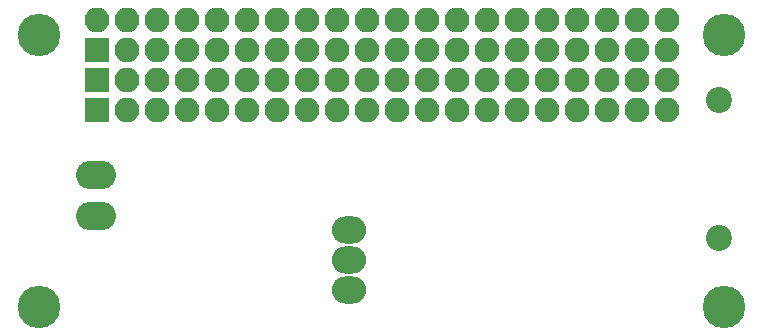
<source format=gbr>
G04 #@! TF.FileFunction,Soldermask,Bot*
%FSLAX46Y46*%
G04 Gerber Fmt 4.6, Leading zero omitted, Abs format (unit mm)*
G04 Created by KiCad (PCBNEW 4.0.1-stable) date 2017-01-07 21:59:04*
%MOMM*%
G01*
G04 APERTURE LIST*
%ADD10C,0.100000*%
%ADD11O,2.900000X2.300000*%
%ADD12C,3.600000*%
%ADD13O,3.400000X2.400000*%
%ADD14R,2.100000X2.100000*%
%ADD15O,2.100000X2.100000*%
%ADD16C,2.200000*%
G04 APERTURE END LIST*
D10*
D11*
X-42792920Y34903640D03*
X-42792920Y37443640D03*
X-42792920Y39983640D03*
D12*
X-69000000Y33500000D03*
X-11000000Y33500000D03*
X-69000000Y56500000D03*
X-11000000Y56500000D03*
D13*
X-64213800Y41139400D03*
X-64213800Y44639400D03*
D14*
X-64130000Y50150000D03*
D15*
X-61590000Y50150000D03*
X-59050000Y50150000D03*
X-56510000Y50150000D03*
X-53970000Y50150000D03*
X-51430000Y50150000D03*
X-48890000Y50150000D03*
X-46350000Y50150000D03*
X-43810000Y50150000D03*
X-41270000Y50150000D03*
X-38730000Y50150000D03*
X-36190000Y50150000D03*
X-33650000Y50150000D03*
X-31110000Y50150000D03*
X-28570000Y50150000D03*
X-26030000Y50150000D03*
X-23490000Y50150000D03*
X-20950000Y50150000D03*
X-18410000Y50150000D03*
X-15870000Y50150000D03*
D14*
X-64130000Y55230000D03*
D15*
X-64130000Y57770000D03*
X-61590000Y55230000D03*
X-61590000Y57770000D03*
X-59050000Y55230000D03*
X-59050000Y57770000D03*
X-56510000Y55230000D03*
X-56510000Y57770000D03*
X-53970000Y55230000D03*
X-53970000Y57770000D03*
X-51430000Y55230000D03*
X-51430000Y57770000D03*
X-48890000Y55230000D03*
X-48890000Y57770000D03*
X-46350000Y55230000D03*
X-46350000Y57770000D03*
X-43810000Y55230000D03*
X-43810000Y57770000D03*
X-41270000Y55230000D03*
X-41270000Y57770000D03*
X-38730000Y55230000D03*
X-38730000Y57770000D03*
X-36190000Y55230000D03*
X-36190000Y57770000D03*
X-33650000Y55230000D03*
X-33650000Y57770000D03*
X-31110000Y55230000D03*
X-31110000Y57770000D03*
X-28570000Y55230000D03*
X-28570000Y57770000D03*
X-26030000Y55230000D03*
X-26030000Y57770000D03*
X-23490000Y55230000D03*
X-23490000Y57770000D03*
X-20950000Y55230000D03*
X-20950000Y57770000D03*
X-18410000Y55230000D03*
X-18410000Y57770000D03*
X-15870000Y55230000D03*
X-15870000Y57770000D03*
D16*
X-11469640Y51042900D03*
X-11469640Y39307900D03*
D14*
X-64130000Y52690000D03*
D15*
X-61590000Y52690000D03*
X-59050000Y52690000D03*
X-56510000Y52690000D03*
X-53970000Y52690000D03*
X-51430000Y52690000D03*
X-48890000Y52690000D03*
X-46350000Y52690000D03*
X-43810000Y52690000D03*
X-41270000Y52690000D03*
X-38730000Y52690000D03*
X-36190000Y52690000D03*
X-33650000Y52690000D03*
X-31110000Y52690000D03*
X-28570000Y52690000D03*
X-26030000Y52690000D03*
X-23490000Y52690000D03*
X-20950000Y52690000D03*
X-18410000Y52690000D03*
X-15870000Y52690000D03*
M02*

</source>
